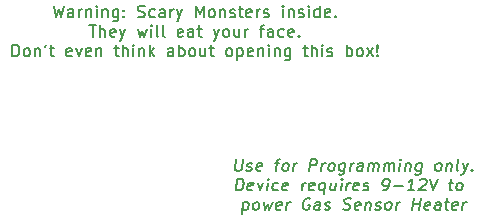
<source format=gto>
G04 #@! TF.GenerationSoftware,KiCad,Pcbnew,5.0.0-rc2*
G04 #@! TF.CreationDate,2019-06-24T18:00:31-04:00*
G04 #@! TF.ProjectId,panelback,70616E656C6261636B2E6B696361645F,rev?*
G04 #@! TF.SameCoordinates,Original*
G04 #@! TF.FileFunction,Legend,Top*
G04 #@! TF.FilePolarity,Positive*
%FSLAX46Y46*%
G04 Gerber Fmt 4.6, Leading zero omitted, Abs format (unit mm)*
G04 Created by KiCad (PCBNEW 5.0.0-rc2) date Mon Jun 24 18:00:31 2019*
%MOMM*%
%LPD*%
G01*
G04 APERTURE LIST*
%ADD10C,0.152400*%
G04 APERTURE END LIST*
D10*
X87023809Y-80799980D02*
X87261904Y-81799980D01*
X87452380Y-81085695D01*
X87642857Y-81799980D01*
X87880952Y-80799980D01*
X88690476Y-81799980D02*
X88690476Y-81276171D01*
X88642857Y-81180933D01*
X88547619Y-81133314D01*
X88357142Y-81133314D01*
X88261904Y-81180933D01*
X88690476Y-81752361D02*
X88595238Y-81799980D01*
X88357142Y-81799980D01*
X88261904Y-81752361D01*
X88214285Y-81657123D01*
X88214285Y-81561885D01*
X88261904Y-81466647D01*
X88357142Y-81419028D01*
X88595238Y-81419028D01*
X88690476Y-81371409D01*
X89166666Y-81799980D02*
X89166666Y-81133314D01*
X89166666Y-81323790D02*
X89214285Y-81228552D01*
X89261904Y-81180933D01*
X89357142Y-81133314D01*
X89452380Y-81133314D01*
X89785714Y-81133314D02*
X89785714Y-81799980D01*
X89785714Y-81228552D02*
X89833333Y-81180933D01*
X89928571Y-81133314D01*
X90071428Y-81133314D01*
X90166666Y-81180933D01*
X90214285Y-81276171D01*
X90214285Y-81799980D01*
X90690476Y-81799980D02*
X90690476Y-81133314D01*
X90690476Y-80799980D02*
X90642857Y-80847600D01*
X90690476Y-80895219D01*
X90738095Y-80847600D01*
X90690476Y-80799980D01*
X90690476Y-80895219D01*
X91166666Y-81133314D02*
X91166666Y-81799980D01*
X91166666Y-81228552D02*
X91214285Y-81180933D01*
X91309523Y-81133314D01*
X91452380Y-81133314D01*
X91547619Y-81180933D01*
X91595238Y-81276171D01*
X91595238Y-81799980D01*
X92499999Y-81133314D02*
X92499999Y-81942838D01*
X92452380Y-82038076D01*
X92404761Y-82085695D01*
X92309523Y-82133314D01*
X92166666Y-82133314D01*
X92071428Y-82085695D01*
X92499999Y-81752361D02*
X92404761Y-81799980D01*
X92214285Y-81799980D01*
X92119047Y-81752361D01*
X92071428Y-81704742D01*
X92023809Y-81609504D01*
X92023809Y-81323790D01*
X92071428Y-81228552D01*
X92119047Y-81180933D01*
X92214285Y-81133314D01*
X92404761Y-81133314D01*
X92499999Y-81180933D01*
X92976190Y-81704742D02*
X93023809Y-81752361D01*
X92976190Y-81799980D01*
X92928571Y-81752361D01*
X92976190Y-81704742D01*
X92976190Y-81799980D01*
X92976190Y-81180933D02*
X93023809Y-81228552D01*
X92976190Y-81276171D01*
X92928571Y-81228552D01*
X92976190Y-81180933D01*
X92976190Y-81276171D01*
X94166666Y-81752361D02*
X94309523Y-81799980D01*
X94547619Y-81799980D01*
X94642857Y-81752361D01*
X94690476Y-81704742D01*
X94738095Y-81609504D01*
X94738095Y-81514266D01*
X94690476Y-81419028D01*
X94642857Y-81371409D01*
X94547619Y-81323790D01*
X94357142Y-81276171D01*
X94261904Y-81228552D01*
X94214285Y-81180933D01*
X94166666Y-81085695D01*
X94166666Y-80990457D01*
X94214285Y-80895219D01*
X94261904Y-80847600D01*
X94357142Y-80799980D01*
X94595238Y-80799980D01*
X94738095Y-80847600D01*
X95595238Y-81752361D02*
X95499999Y-81799980D01*
X95309523Y-81799980D01*
X95214285Y-81752361D01*
X95166666Y-81704742D01*
X95119047Y-81609504D01*
X95119047Y-81323790D01*
X95166666Y-81228552D01*
X95214285Y-81180933D01*
X95309523Y-81133314D01*
X95499999Y-81133314D01*
X95595238Y-81180933D01*
X96452380Y-81799980D02*
X96452380Y-81276171D01*
X96404761Y-81180933D01*
X96309523Y-81133314D01*
X96119047Y-81133314D01*
X96023809Y-81180933D01*
X96452380Y-81752361D02*
X96357142Y-81799980D01*
X96119047Y-81799980D01*
X96023809Y-81752361D01*
X95976190Y-81657123D01*
X95976190Y-81561885D01*
X96023809Y-81466647D01*
X96119047Y-81419028D01*
X96357142Y-81419028D01*
X96452380Y-81371409D01*
X96928571Y-81799980D02*
X96928571Y-81133314D01*
X96928571Y-81323790D02*
X96976190Y-81228552D01*
X97023809Y-81180933D01*
X97119047Y-81133314D01*
X97214285Y-81133314D01*
X97452380Y-81133314D02*
X97690476Y-81799980D01*
X97928571Y-81133314D02*
X97690476Y-81799980D01*
X97595238Y-82038076D01*
X97547619Y-82085695D01*
X97452380Y-82133314D01*
X99071428Y-81799980D02*
X99071428Y-80799980D01*
X99404761Y-81514266D01*
X99738095Y-80799980D01*
X99738095Y-81799980D01*
X100357142Y-81799980D02*
X100261904Y-81752361D01*
X100214285Y-81704742D01*
X100166666Y-81609504D01*
X100166666Y-81323790D01*
X100214285Y-81228552D01*
X100261904Y-81180933D01*
X100357142Y-81133314D01*
X100499999Y-81133314D01*
X100595238Y-81180933D01*
X100642857Y-81228552D01*
X100690476Y-81323790D01*
X100690476Y-81609504D01*
X100642857Y-81704742D01*
X100595238Y-81752361D01*
X100499999Y-81799980D01*
X100357142Y-81799980D01*
X101119047Y-81133314D02*
X101119047Y-81799980D01*
X101119047Y-81228552D02*
X101166666Y-81180933D01*
X101261904Y-81133314D01*
X101404761Y-81133314D01*
X101499999Y-81180933D01*
X101547619Y-81276171D01*
X101547619Y-81799980D01*
X101976190Y-81752361D02*
X102071428Y-81799980D01*
X102261904Y-81799980D01*
X102357142Y-81752361D01*
X102404761Y-81657123D01*
X102404761Y-81609504D01*
X102357142Y-81514266D01*
X102261904Y-81466647D01*
X102119047Y-81466647D01*
X102023809Y-81419028D01*
X101976190Y-81323790D01*
X101976190Y-81276171D01*
X102023809Y-81180933D01*
X102119047Y-81133314D01*
X102261904Y-81133314D01*
X102357142Y-81180933D01*
X102690476Y-81133314D02*
X103071428Y-81133314D01*
X102833333Y-80799980D02*
X102833333Y-81657123D01*
X102880952Y-81752361D01*
X102976190Y-81799980D01*
X103071428Y-81799980D01*
X103785714Y-81752361D02*
X103690476Y-81799980D01*
X103499999Y-81799980D01*
X103404761Y-81752361D01*
X103357142Y-81657123D01*
X103357142Y-81276171D01*
X103404761Y-81180933D01*
X103499999Y-81133314D01*
X103690476Y-81133314D01*
X103785714Y-81180933D01*
X103833333Y-81276171D01*
X103833333Y-81371409D01*
X103357142Y-81466647D01*
X104261904Y-81799980D02*
X104261904Y-81133314D01*
X104261904Y-81323790D02*
X104309523Y-81228552D01*
X104357142Y-81180933D01*
X104452380Y-81133314D01*
X104547619Y-81133314D01*
X104833333Y-81752361D02*
X104928571Y-81799980D01*
X105119047Y-81799980D01*
X105214285Y-81752361D01*
X105261904Y-81657123D01*
X105261904Y-81609504D01*
X105214285Y-81514266D01*
X105119047Y-81466647D01*
X104976190Y-81466647D01*
X104880952Y-81419028D01*
X104833333Y-81323790D01*
X104833333Y-81276171D01*
X104880952Y-81180933D01*
X104976190Y-81133314D01*
X105119047Y-81133314D01*
X105214285Y-81180933D01*
X106452380Y-81799980D02*
X106452380Y-81133314D01*
X106452380Y-80799980D02*
X106404761Y-80847600D01*
X106452380Y-80895219D01*
X106499999Y-80847600D01*
X106452380Y-80799980D01*
X106452380Y-80895219D01*
X106928571Y-81133314D02*
X106928571Y-81799980D01*
X106928571Y-81228552D02*
X106976190Y-81180933D01*
X107071428Y-81133314D01*
X107214285Y-81133314D01*
X107309523Y-81180933D01*
X107357142Y-81276171D01*
X107357142Y-81799980D01*
X107785714Y-81752361D02*
X107880952Y-81799980D01*
X108071428Y-81799980D01*
X108166666Y-81752361D01*
X108214285Y-81657123D01*
X108214285Y-81609504D01*
X108166666Y-81514266D01*
X108071428Y-81466647D01*
X107928571Y-81466647D01*
X107833333Y-81419028D01*
X107785714Y-81323790D01*
X107785714Y-81276171D01*
X107833333Y-81180933D01*
X107928571Y-81133314D01*
X108071428Y-81133314D01*
X108166666Y-81180933D01*
X108642857Y-81799980D02*
X108642857Y-81133314D01*
X108642857Y-80799980D02*
X108595238Y-80847600D01*
X108642857Y-80895219D01*
X108690476Y-80847600D01*
X108642857Y-80799980D01*
X108642857Y-80895219D01*
X109547619Y-81799980D02*
X109547619Y-80799980D01*
X109547619Y-81752361D02*
X109452380Y-81799980D01*
X109261904Y-81799980D01*
X109166666Y-81752361D01*
X109119047Y-81704742D01*
X109071428Y-81609504D01*
X109071428Y-81323790D01*
X109119047Y-81228552D01*
X109166666Y-81180933D01*
X109261904Y-81133314D01*
X109452380Y-81133314D01*
X109547619Y-81180933D01*
X110404761Y-81752361D02*
X110309523Y-81799980D01*
X110119047Y-81799980D01*
X110023809Y-81752361D01*
X109976190Y-81657123D01*
X109976190Y-81276171D01*
X110023809Y-81180933D01*
X110119047Y-81133314D01*
X110309523Y-81133314D01*
X110404761Y-81180933D01*
X110452380Y-81276171D01*
X110452380Y-81371409D01*
X109976190Y-81466647D01*
X110880952Y-81704742D02*
X110928571Y-81752361D01*
X110880952Y-81799980D01*
X110833333Y-81752361D01*
X110880952Y-81704742D01*
X110880952Y-81799980D01*
X90047619Y-82452380D02*
X90619047Y-82452380D01*
X90333333Y-83452380D02*
X90333333Y-82452380D01*
X90952380Y-83452380D02*
X90952380Y-82452380D01*
X91380952Y-83452380D02*
X91380952Y-82928571D01*
X91333333Y-82833333D01*
X91238095Y-82785714D01*
X91095238Y-82785714D01*
X91000000Y-82833333D01*
X90952380Y-82880952D01*
X92238095Y-83404761D02*
X92142857Y-83452380D01*
X91952380Y-83452380D01*
X91857142Y-83404761D01*
X91809523Y-83309523D01*
X91809523Y-82928571D01*
X91857142Y-82833333D01*
X91952380Y-82785714D01*
X92142857Y-82785714D01*
X92238095Y-82833333D01*
X92285714Y-82928571D01*
X92285714Y-83023809D01*
X91809523Y-83119047D01*
X92619047Y-82785714D02*
X92857142Y-83452380D01*
X93095238Y-82785714D02*
X92857142Y-83452380D01*
X92761904Y-83690476D01*
X92714285Y-83738095D01*
X92619047Y-83785714D01*
X94142857Y-82785714D02*
X94333333Y-83452380D01*
X94523809Y-82976190D01*
X94714285Y-83452380D01*
X94904761Y-82785714D01*
X95285714Y-83452380D02*
X95285714Y-82785714D01*
X95285714Y-82452380D02*
X95238095Y-82500000D01*
X95285714Y-82547619D01*
X95333333Y-82500000D01*
X95285714Y-82452380D01*
X95285714Y-82547619D01*
X95904761Y-83452380D02*
X95809523Y-83404761D01*
X95761904Y-83309523D01*
X95761904Y-82452380D01*
X96428571Y-83452380D02*
X96333333Y-83404761D01*
X96285714Y-83309523D01*
X96285714Y-82452380D01*
X97952380Y-83404761D02*
X97857142Y-83452380D01*
X97666666Y-83452380D01*
X97571428Y-83404761D01*
X97523809Y-83309523D01*
X97523809Y-82928571D01*
X97571428Y-82833333D01*
X97666666Y-82785714D01*
X97857142Y-82785714D01*
X97952380Y-82833333D01*
X98000000Y-82928571D01*
X98000000Y-83023809D01*
X97523809Y-83119047D01*
X98857142Y-83452380D02*
X98857142Y-82928571D01*
X98809523Y-82833333D01*
X98714285Y-82785714D01*
X98523809Y-82785714D01*
X98428571Y-82833333D01*
X98857142Y-83404761D02*
X98761904Y-83452380D01*
X98523809Y-83452380D01*
X98428571Y-83404761D01*
X98380952Y-83309523D01*
X98380952Y-83214285D01*
X98428571Y-83119047D01*
X98523809Y-83071428D01*
X98761904Y-83071428D01*
X98857142Y-83023809D01*
X99190476Y-82785714D02*
X99571428Y-82785714D01*
X99333333Y-82452380D02*
X99333333Y-83309523D01*
X99380952Y-83404761D01*
X99476190Y-83452380D01*
X99571428Y-83452380D01*
X100571428Y-82785714D02*
X100809523Y-83452380D01*
X101047619Y-82785714D02*
X100809523Y-83452380D01*
X100714285Y-83690476D01*
X100666666Y-83738095D01*
X100571428Y-83785714D01*
X101571428Y-83452380D02*
X101476190Y-83404761D01*
X101428571Y-83357142D01*
X101380952Y-83261904D01*
X101380952Y-82976190D01*
X101428571Y-82880952D01*
X101476190Y-82833333D01*
X101571428Y-82785714D01*
X101714285Y-82785714D01*
X101809523Y-82833333D01*
X101857142Y-82880952D01*
X101904761Y-82976190D01*
X101904761Y-83261904D01*
X101857142Y-83357142D01*
X101809523Y-83404761D01*
X101714285Y-83452380D01*
X101571428Y-83452380D01*
X102761904Y-82785714D02*
X102761904Y-83452380D01*
X102333333Y-82785714D02*
X102333333Y-83309523D01*
X102380952Y-83404761D01*
X102476190Y-83452380D01*
X102619047Y-83452380D01*
X102714285Y-83404761D01*
X102761904Y-83357142D01*
X103238095Y-83452380D02*
X103238095Y-82785714D01*
X103238095Y-82976190D02*
X103285714Y-82880952D01*
X103333333Y-82833333D01*
X103428571Y-82785714D01*
X103523809Y-82785714D01*
X104476190Y-82785714D02*
X104857142Y-82785714D01*
X104619047Y-83452380D02*
X104619047Y-82595238D01*
X104666666Y-82500000D01*
X104761904Y-82452380D01*
X104857142Y-82452380D01*
X105619047Y-83452380D02*
X105619047Y-82928571D01*
X105571428Y-82833333D01*
X105476190Y-82785714D01*
X105285714Y-82785714D01*
X105190476Y-82833333D01*
X105619047Y-83404761D02*
X105523809Y-83452380D01*
X105285714Y-83452380D01*
X105190476Y-83404761D01*
X105142857Y-83309523D01*
X105142857Y-83214285D01*
X105190476Y-83119047D01*
X105285714Y-83071428D01*
X105523809Y-83071428D01*
X105619047Y-83023809D01*
X106523809Y-83404761D02*
X106428571Y-83452380D01*
X106238095Y-83452380D01*
X106142857Y-83404761D01*
X106095238Y-83357142D01*
X106047619Y-83261904D01*
X106047619Y-82976190D01*
X106095238Y-82880952D01*
X106142857Y-82833333D01*
X106238095Y-82785714D01*
X106428571Y-82785714D01*
X106523809Y-82833333D01*
X107333333Y-83404761D02*
X107238095Y-83452380D01*
X107047619Y-83452380D01*
X106952380Y-83404761D01*
X106904761Y-83309523D01*
X106904761Y-82928571D01*
X106952380Y-82833333D01*
X107047619Y-82785714D01*
X107238095Y-82785714D01*
X107333333Y-82833333D01*
X107380952Y-82928571D01*
X107380952Y-83023809D01*
X106904761Y-83119047D01*
X107809523Y-83357142D02*
X107857142Y-83404761D01*
X107809523Y-83452380D01*
X107761904Y-83404761D01*
X107809523Y-83357142D01*
X107809523Y-83452380D01*
X83547619Y-85104780D02*
X83547619Y-84104780D01*
X83785714Y-84104780D01*
X83928571Y-84152400D01*
X84023809Y-84247638D01*
X84071428Y-84342876D01*
X84119047Y-84533352D01*
X84119047Y-84676209D01*
X84071428Y-84866685D01*
X84023809Y-84961923D01*
X83928571Y-85057161D01*
X83785714Y-85104780D01*
X83547619Y-85104780D01*
X84690476Y-85104780D02*
X84595238Y-85057161D01*
X84547619Y-85009542D01*
X84499999Y-84914304D01*
X84499999Y-84628590D01*
X84547619Y-84533352D01*
X84595238Y-84485733D01*
X84690476Y-84438114D01*
X84833333Y-84438114D01*
X84928571Y-84485733D01*
X84976190Y-84533352D01*
X85023809Y-84628590D01*
X85023809Y-84914304D01*
X84976190Y-85009542D01*
X84928571Y-85057161D01*
X84833333Y-85104780D01*
X84690476Y-85104780D01*
X85452380Y-84438114D02*
X85452380Y-85104780D01*
X85452380Y-84533352D02*
X85499999Y-84485733D01*
X85595238Y-84438114D01*
X85738095Y-84438114D01*
X85833333Y-84485733D01*
X85880952Y-84580971D01*
X85880952Y-85104780D01*
X86404761Y-84104780D02*
X86309523Y-84295257D01*
X86690476Y-84438114D02*
X87071428Y-84438114D01*
X86833333Y-84104780D02*
X86833333Y-84961923D01*
X86880952Y-85057161D01*
X86976190Y-85104780D01*
X87071428Y-85104780D01*
X88547619Y-85057161D02*
X88452380Y-85104780D01*
X88261904Y-85104780D01*
X88166666Y-85057161D01*
X88119047Y-84961923D01*
X88119047Y-84580971D01*
X88166666Y-84485733D01*
X88261904Y-84438114D01*
X88452380Y-84438114D01*
X88547619Y-84485733D01*
X88595238Y-84580971D01*
X88595238Y-84676209D01*
X88119047Y-84771447D01*
X88928571Y-84438114D02*
X89166666Y-85104780D01*
X89404761Y-84438114D01*
X90166666Y-85057161D02*
X90071428Y-85104780D01*
X89880952Y-85104780D01*
X89785714Y-85057161D01*
X89738095Y-84961923D01*
X89738095Y-84580971D01*
X89785714Y-84485733D01*
X89880952Y-84438114D01*
X90071428Y-84438114D01*
X90166666Y-84485733D01*
X90214285Y-84580971D01*
X90214285Y-84676209D01*
X89738095Y-84771447D01*
X90642857Y-84438114D02*
X90642857Y-85104780D01*
X90642857Y-84533352D02*
X90690476Y-84485733D01*
X90785714Y-84438114D01*
X90928571Y-84438114D01*
X91023809Y-84485733D01*
X91071428Y-84580971D01*
X91071428Y-85104780D01*
X92166666Y-84438114D02*
X92547619Y-84438114D01*
X92309523Y-84104780D02*
X92309523Y-84961923D01*
X92357142Y-85057161D01*
X92452380Y-85104780D01*
X92547619Y-85104780D01*
X92880952Y-85104780D02*
X92880952Y-84104780D01*
X93309523Y-85104780D02*
X93309523Y-84580971D01*
X93261904Y-84485733D01*
X93166666Y-84438114D01*
X93023809Y-84438114D01*
X92928571Y-84485733D01*
X92880952Y-84533352D01*
X93785714Y-85104780D02*
X93785714Y-84438114D01*
X93785714Y-84104780D02*
X93738095Y-84152400D01*
X93785714Y-84200019D01*
X93833333Y-84152400D01*
X93785714Y-84104780D01*
X93785714Y-84200019D01*
X94261904Y-84438114D02*
X94261904Y-85104780D01*
X94261904Y-84533352D02*
X94309523Y-84485733D01*
X94404761Y-84438114D01*
X94547619Y-84438114D01*
X94642857Y-84485733D01*
X94690476Y-84580971D01*
X94690476Y-85104780D01*
X95166666Y-85104780D02*
X95166666Y-84104780D01*
X95261904Y-84723828D02*
X95547619Y-85104780D01*
X95547619Y-84438114D02*
X95166666Y-84819066D01*
X97166666Y-85104780D02*
X97166666Y-84580971D01*
X97119047Y-84485733D01*
X97023809Y-84438114D01*
X96833333Y-84438114D01*
X96738095Y-84485733D01*
X97166666Y-85057161D02*
X97071428Y-85104780D01*
X96833333Y-85104780D01*
X96738095Y-85057161D01*
X96690476Y-84961923D01*
X96690476Y-84866685D01*
X96738095Y-84771447D01*
X96833333Y-84723828D01*
X97071428Y-84723828D01*
X97166666Y-84676209D01*
X97642857Y-85104780D02*
X97642857Y-84104780D01*
X97642857Y-84485733D02*
X97738095Y-84438114D01*
X97928571Y-84438114D01*
X98023809Y-84485733D01*
X98071428Y-84533352D01*
X98119047Y-84628590D01*
X98119047Y-84914304D01*
X98071428Y-85009542D01*
X98023809Y-85057161D01*
X97928571Y-85104780D01*
X97738095Y-85104780D01*
X97642857Y-85057161D01*
X98690476Y-85104780D02*
X98595238Y-85057161D01*
X98547619Y-85009542D01*
X98499999Y-84914304D01*
X98499999Y-84628590D01*
X98547619Y-84533352D01*
X98595238Y-84485733D01*
X98690476Y-84438114D01*
X98833333Y-84438114D01*
X98928571Y-84485733D01*
X98976190Y-84533352D01*
X99023809Y-84628590D01*
X99023809Y-84914304D01*
X98976190Y-85009542D01*
X98928571Y-85057161D01*
X98833333Y-85104780D01*
X98690476Y-85104780D01*
X99880952Y-84438114D02*
X99880952Y-85104780D01*
X99452380Y-84438114D02*
X99452380Y-84961923D01*
X99499999Y-85057161D01*
X99595238Y-85104780D01*
X99738095Y-85104780D01*
X99833333Y-85057161D01*
X99880952Y-85009542D01*
X100214285Y-84438114D02*
X100595238Y-84438114D01*
X100357142Y-84104780D02*
X100357142Y-84961923D01*
X100404761Y-85057161D01*
X100499999Y-85104780D01*
X100595238Y-85104780D01*
X101833333Y-85104780D02*
X101738095Y-85057161D01*
X101690476Y-85009542D01*
X101642857Y-84914304D01*
X101642857Y-84628590D01*
X101690476Y-84533352D01*
X101738095Y-84485733D01*
X101833333Y-84438114D01*
X101976190Y-84438114D01*
X102071428Y-84485733D01*
X102119047Y-84533352D01*
X102166666Y-84628590D01*
X102166666Y-84914304D01*
X102119047Y-85009542D01*
X102071428Y-85057161D01*
X101976190Y-85104780D01*
X101833333Y-85104780D01*
X102595238Y-84438114D02*
X102595238Y-85438114D01*
X102595238Y-84485733D02*
X102690476Y-84438114D01*
X102880952Y-84438114D01*
X102976190Y-84485733D01*
X103023809Y-84533352D01*
X103071428Y-84628590D01*
X103071428Y-84914304D01*
X103023809Y-85009542D01*
X102976190Y-85057161D01*
X102880952Y-85104780D01*
X102690476Y-85104780D01*
X102595238Y-85057161D01*
X103880952Y-85057161D02*
X103785714Y-85104780D01*
X103595238Y-85104780D01*
X103499999Y-85057161D01*
X103452380Y-84961923D01*
X103452380Y-84580971D01*
X103499999Y-84485733D01*
X103595238Y-84438114D01*
X103785714Y-84438114D01*
X103880952Y-84485733D01*
X103928571Y-84580971D01*
X103928571Y-84676209D01*
X103452380Y-84771447D01*
X104357142Y-84438114D02*
X104357142Y-85104780D01*
X104357142Y-84533352D02*
X104404761Y-84485733D01*
X104499999Y-84438114D01*
X104642857Y-84438114D01*
X104738095Y-84485733D01*
X104785714Y-84580971D01*
X104785714Y-85104780D01*
X105261904Y-85104780D02*
X105261904Y-84438114D01*
X105261904Y-84104780D02*
X105214285Y-84152400D01*
X105261904Y-84200019D01*
X105309523Y-84152400D01*
X105261904Y-84104780D01*
X105261904Y-84200019D01*
X105738095Y-84438114D02*
X105738095Y-85104780D01*
X105738095Y-84533352D02*
X105785714Y-84485733D01*
X105880952Y-84438114D01*
X106023809Y-84438114D01*
X106119047Y-84485733D01*
X106166666Y-84580971D01*
X106166666Y-85104780D01*
X107071428Y-84438114D02*
X107071428Y-85247638D01*
X107023809Y-85342876D01*
X106976190Y-85390495D01*
X106880952Y-85438114D01*
X106738095Y-85438114D01*
X106642857Y-85390495D01*
X107071428Y-85057161D02*
X106976190Y-85104780D01*
X106785714Y-85104780D01*
X106690476Y-85057161D01*
X106642857Y-85009542D01*
X106595238Y-84914304D01*
X106595238Y-84628590D01*
X106642857Y-84533352D01*
X106690476Y-84485733D01*
X106785714Y-84438114D01*
X106976190Y-84438114D01*
X107071428Y-84485733D01*
X108166666Y-84438114D02*
X108547619Y-84438114D01*
X108309523Y-84104780D02*
X108309523Y-84961923D01*
X108357142Y-85057161D01*
X108452380Y-85104780D01*
X108547619Y-85104780D01*
X108880952Y-85104780D02*
X108880952Y-84104780D01*
X109309523Y-85104780D02*
X109309523Y-84580971D01*
X109261904Y-84485733D01*
X109166666Y-84438114D01*
X109023809Y-84438114D01*
X108928571Y-84485733D01*
X108880952Y-84533352D01*
X109785714Y-85104780D02*
X109785714Y-84438114D01*
X109785714Y-84104780D02*
X109738095Y-84152400D01*
X109785714Y-84200019D01*
X109833333Y-84152400D01*
X109785714Y-84104780D01*
X109785714Y-84200019D01*
X110214285Y-85057161D02*
X110309523Y-85104780D01*
X110499999Y-85104780D01*
X110595238Y-85057161D01*
X110642857Y-84961923D01*
X110642857Y-84914304D01*
X110595238Y-84819066D01*
X110499999Y-84771447D01*
X110357142Y-84771447D01*
X110261904Y-84723828D01*
X110214285Y-84628590D01*
X110214285Y-84580971D01*
X110261904Y-84485733D01*
X110357142Y-84438114D01*
X110499999Y-84438114D01*
X110595238Y-84485733D01*
X111833333Y-85104780D02*
X111833333Y-84104780D01*
X111833333Y-84485733D02*
X111928571Y-84438114D01*
X112119047Y-84438114D01*
X112214285Y-84485733D01*
X112261904Y-84533352D01*
X112309523Y-84628590D01*
X112309523Y-84914304D01*
X112261904Y-85009542D01*
X112214285Y-85057161D01*
X112119047Y-85104780D01*
X111928571Y-85104780D01*
X111833333Y-85057161D01*
X112880952Y-85104780D02*
X112785714Y-85057161D01*
X112738095Y-85009542D01*
X112690476Y-84914304D01*
X112690476Y-84628590D01*
X112738095Y-84533352D01*
X112785714Y-84485733D01*
X112880952Y-84438114D01*
X113023809Y-84438114D01*
X113119047Y-84485733D01*
X113166666Y-84533352D01*
X113214285Y-84628590D01*
X113214285Y-84914304D01*
X113166666Y-85009542D01*
X113119047Y-85057161D01*
X113023809Y-85104780D01*
X112880952Y-85104780D01*
X113547619Y-85104780D02*
X114071428Y-84438114D01*
X113547619Y-84438114D02*
X114071428Y-85104780D01*
X114452380Y-85009542D02*
X114499999Y-85057161D01*
X114452380Y-85104780D01*
X114404761Y-85057161D01*
X114452380Y-85009542D01*
X114452380Y-85104780D01*
X114452380Y-84723828D02*
X114404761Y-84152400D01*
X114452380Y-84104780D01*
X114499999Y-84152400D01*
X114452380Y-84723828D01*
X114452380Y-84104780D01*
X102477200Y-93799980D02*
X102376010Y-94609504D01*
X102411724Y-94704742D01*
X102453391Y-94752361D01*
X102542677Y-94799980D01*
X102733153Y-94799980D01*
X102834343Y-94752361D01*
X102887915Y-94704742D01*
X102947438Y-94609504D01*
X103048629Y-93799980D01*
X103358153Y-94752361D02*
X103447438Y-94799980D01*
X103637915Y-94799980D01*
X103739105Y-94752361D01*
X103798629Y-94657123D01*
X103804581Y-94609504D01*
X103768867Y-94514266D01*
X103679581Y-94466647D01*
X103536724Y-94466647D01*
X103447438Y-94419028D01*
X103411724Y-94323790D01*
X103417677Y-94276171D01*
X103477200Y-94180933D01*
X103578391Y-94133314D01*
X103721248Y-94133314D01*
X103810534Y-94180933D01*
X104596248Y-94752361D02*
X104495057Y-94799980D01*
X104304581Y-94799980D01*
X104215296Y-94752361D01*
X104179581Y-94657123D01*
X104227200Y-94276171D01*
X104286724Y-94180933D01*
X104387915Y-94133314D01*
X104578391Y-94133314D01*
X104667677Y-94180933D01*
X104703391Y-94276171D01*
X104691486Y-94371409D01*
X104203391Y-94466647D01*
X105768867Y-94133314D02*
X106149819Y-94133314D01*
X105828391Y-94799980D02*
X105935534Y-93942838D01*
X105995057Y-93847600D01*
X106096248Y-93799980D01*
X106191486Y-93799980D01*
X106542677Y-94799980D02*
X106453391Y-94752361D01*
X106411724Y-94704742D01*
X106376010Y-94609504D01*
X106411724Y-94323790D01*
X106471248Y-94228552D01*
X106524819Y-94180933D01*
X106626010Y-94133314D01*
X106768867Y-94133314D01*
X106858153Y-94180933D01*
X106899819Y-94228552D01*
X106935534Y-94323790D01*
X106899819Y-94609504D01*
X106840296Y-94704742D01*
X106786724Y-94752361D01*
X106685534Y-94799980D01*
X106542677Y-94799980D01*
X107304581Y-94799980D02*
X107387915Y-94133314D01*
X107364105Y-94323790D02*
X107423629Y-94228552D01*
X107477200Y-94180933D01*
X107578391Y-94133314D01*
X107673629Y-94133314D01*
X108685534Y-94799980D02*
X108810534Y-93799980D01*
X109191486Y-93799980D01*
X109280772Y-93847600D01*
X109322438Y-93895219D01*
X109358153Y-93990457D01*
X109340296Y-94133314D01*
X109280772Y-94228552D01*
X109227200Y-94276171D01*
X109126010Y-94323790D01*
X108745057Y-94323790D01*
X109685534Y-94799980D02*
X109768867Y-94133314D01*
X109745057Y-94323790D02*
X109804581Y-94228552D01*
X109858153Y-94180933D01*
X109959343Y-94133314D01*
X110054581Y-94133314D01*
X110447438Y-94799980D02*
X110358153Y-94752361D01*
X110316486Y-94704742D01*
X110280772Y-94609504D01*
X110316486Y-94323790D01*
X110376010Y-94228552D01*
X110429581Y-94180933D01*
X110530772Y-94133314D01*
X110673629Y-94133314D01*
X110762915Y-94180933D01*
X110804581Y-94228552D01*
X110840296Y-94323790D01*
X110804581Y-94609504D01*
X110745057Y-94704742D01*
X110691486Y-94752361D01*
X110590296Y-94799980D01*
X110447438Y-94799980D01*
X111721248Y-94133314D02*
X111620057Y-94942838D01*
X111560534Y-95038076D01*
X111506962Y-95085695D01*
X111405772Y-95133314D01*
X111262915Y-95133314D01*
X111173629Y-95085695D01*
X111643867Y-94752361D02*
X111542677Y-94799980D01*
X111352200Y-94799980D01*
X111262915Y-94752361D01*
X111221248Y-94704742D01*
X111185534Y-94609504D01*
X111221248Y-94323790D01*
X111280772Y-94228552D01*
X111334343Y-94180933D01*
X111435534Y-94133314D01*
X111626010Y-94133314D01*
X111715296Y-94180933D01*
X112114105Y-94799980D02*
X112197438Y-94133314D01*
X112173629Y-94323790D02*
X112233153Y-94228552D01*
X112286724Y-94180933D01*
X112387915Y-94133314D01*
X112483153Y-94133314D01*
X113161724Y-94799980D02*
X113227200Y-94276171D01*
X113191486Y-94180933D01*
X113102200Y-94133314D01*
X112911724Y-94133314D01*
X112810534Y-94180933D01*
X113167677Y-94752361D02*
X113066486Y-94799980D01*
X112828391Y-94799980D01*
X112739105Y-94752361D01*
X112703391Y-94657123D01*
X112715296Y-94561885D01*
X112774819Y-94466647D01*
X112876010Y-94419028D01*
X113114105Y-94419028D01*
X113215296Y-94371409D01*
X113637915Y-94799980D02*
X113721248Y-94133314D01*
X113709343Y-94228552D02*
X113762915Y-94180933D01*
X113864105Y-94133314D01*
X114006962Y-94133314D01*
X114096248Y-94180933D01*
X114131962Y-94276171D01*
X114066486Y-94799980D01*
X114131962Y-94276171D02*
X114191486Y-94180933D01*
X114292677Y-94133314D01*
X114435534Y-94133314D01*
X114524819Y-94180933D01*
X114560534Y-94276171D01*
X114495057Y-94799980D01*
X114971248Y-94799980D02*
X115054581Y-94133314D01*
X115042677Y-94228552D02*
X115096248Y-94180933D01*
X115197438Y-94133314D01*
X115340296Y-94133314D01*
X115429581Y-94180933D01*
X115465296Y-94276171D01*
X115399819Y-94799980D01*
X115465296Y-94276171D02*
X115524819Y-94180933D01*
X115626010Y-94133314D01*
X115768867Y-94133314D01*
X115858153Y-94180933D01*
X115893867Y-94276171D01*
X115828391Y-94799980D01*
X116304581Y-94799980D02*
X116387915Y-94133314D01*
X116429581Y-93799980D02*
X116376010Y-93847600D01*
X116417677Y-93895219D01*
X116471248Y-93847600D01*
X116429581Y-93799980D01*
X116417677Y-93895219D01*
X116864105Y-94133314D02*
X116780772Y-94799980D01*
X116852200Y-94228552D02*
X116905772Y-94180933D01*
X117006962Y-94133314D01*
X117149819Y-94133314D01*
X117239105Y-94180933D01*
X117274819Y-94276171D01*
X117209343Y-94799980D01*
X118197438Y-94133314D02*
X118096248Y-94942838D01*
X118036724Y-95038076D01*
X117983153Y-95085695D01*
X117881962Y-95133314D01*
X117739105Y-95133314D01*
X117649819Y-95085695D01*
X118120057Y-94752361D02*
X118018867Y-94799980D01*
X117828391Y-94799980D01*
X117739105Y-94752361D01*
X117697438Y-94704742D01*
X117661724Y-94609504D01*
X117697438Y-94323790D01*
X117756962Y-94228552D01*
X117810534Y-94180933D01*
X117911724Y-94133314D01*
X118102200Y-94133314D01*
X118191486Y-94180933D01*
X119495057Y-94799980D02*
X119405772Y-94752361D01*
X119364105Y-94704742D01*
X119328391Y-94609504D01*
X119364105Y-94323790D01*
X119423629Y-94228552D01*
X119477200Y-94180933D01*
X119578391Y-94133314D01*
X119721248Y-94133314D01*
X119810534Y-94180933D01*
X119852200Y-94228552D01*
X119887915Y-94323790D01*
X119852200Y-94609504D01*
X119792677Y-94704742D01*
X119739105Y-94752361D01*
X119637915Y-94799980D01*
X119495057Y-94799980D01*
X120340296Y-94133314D02*
X120256962Y-94799980D01*
X120328391Y-94228552D02*
X120381962Y-94180933D01*
X120483153Y-94133314D01*
X120626010Y-94133314D01*
X120715296Y-94180933D01*
X120751010Y-94276171D01*
X120685534Y-94799980D01*
X121304581Y-94799980D02*
X121215296Y-94752361D01*
X121179581Y-94657123D01*
X121286724Y-93799980D01*
X121673629Y-94133314D02*
X121828391Y-94799980D01*
X122149819Y-94133314D02*
X121828391Y-94799980D01*
X121703391Y-95038076D01*
X121649819Y-95085695D01*
X121548629Y-95133314D01*
X122459343Y-94704742D02*
X122501010Y-94752361D01*
X122447438Y-94799980D01*
X122405772Y-94752361D01*
X122459343Y-94704742D01*
X122447438Y-94799980D01*
X102471248Y-96452380D02*
X102596248Y-95452380D01*
X102834343Y-95452380D01*
X102971248Y-95500000D01*
X103054581Y-95595238D01*
X103090296Y-95690476D01*
X103114105Y-95880952D01*
X103096248Y-96023809D01*
X103024819Y-96214285D01*
X102965296Y-96309523D01*
X102858153Y-96404761D01*
X102709343Y-96452380D01*
X102471248Y-96452380D01*
X103858153Y-96404761D02*
X103756962Y-96452380D01*
X103566486Y-96452380D01*
X103477200Y-96404761D01*
X103441486Y-96309523D01*
X103489105Y-95928571D01*
X103548629Y-95833333D01*
X103649819Y-95785714D01*
X103840296Y-95785714D01*
X103929581Y-95833333D01*
X103965296Y-95928571D01*
X103953391Y-96023809D01*
X103465296Y-96119047D01*
X104316486Y-95785714D02*
X104471248Y-96452380D01*
X104792677Y-95785714D01*
X105090296Y-96452380D02*
X105173629Y-95785714D01*
X105215296Y-95452380D02*
X105161724Y-95500000D01*
X105203391Y-95547619D01*
X105256962Y-95500000D01*
X105215296Y-95452380D01*
X105203391Y-95547619D01*
X106001010Y-96404761D02*
X105899819Y-96452380D01*
X105709343Y-96452380D01*
X105620057Y-96404761D01*
X105578391Y-96357142D01*
X105542677Y-96261904D01*
X105578391Y-95976190D01*
X105637915Y-95880952D01*
X105691486Y-95833333D01*
X105792677Y-95785714D01*
X105983153Y-95785714D01*
X106072438Y-95833333D01*
X106810534Y-96404761D02*
X106709343Y-96452380D01*
X106518867Y-96452380D01*
X106429581Y-96404761D01*
X106393867Y-96309523D01*
X106441486Y-95928571D01*
X106501010Y-95833333D01*
X106602200Y-95785714D01*
X106792677Y-95785714D01*
X106881962Y-95833333D01*
X106917677Y-95928571D01*
X106905772Y-96023809D01*
X106417677Y-96119047D01*
X108042677Y-96452380D02*
X108126010Y-95785714D01*
X108102200Y-95976190D02*
X108161724Y-95880952D01*
X108215296Y-95833333D01*
X108316486Y-95785714D01*
X108411724Y-95785714D01*
X109048629Y-96404761D02*
X108947438Y-96452380D01*
X108756962Y-96452380D01*
X108667677Y-96404761D01*
X108631962Y-96309523D01*
X108679581Y-95928571D01*
X108739105Y-95833333D01*
X108840296Y-95785714D01*
X109030772Y-95785714D01*
X109120057Y-95833333D01*
X109155772Y-95928571D01*
X109143867Y-96023809D01*
X108655772Y-96119047D01*
X110030772Y-95785714D02*
X109905772Y-96785714D01*
X109953391Y-96404761D02*
X109852200Y-96452380D01*
X109661724Y-96452380D01*
X109572438Y-96404761D01*
X109530772Y-96357142D01*
X109495057Y-96261904D01*
X109530772Y-95976190D01*
X109590296Y-95880952D01*
X109643867Y-95833333D01*
X109745057Y-95785714D01*
X109935534Y-95785714D01*
X110024819Y-95833333D01*
X110935534Y-95785714D02*
X110852200Y-96452380D01*
X110506962Y-95785714D02*
X110441486Y-96309523D01*
X110477200Y-96404761D01*
X110566486Y-96452380D01*
X110709343Y-96452380D01*
X110810534Y-96404761D01*
X110864105Y-96357142D01*
X111328391Y-96452380D02*
X111411724Y-95785714D01*
X111453391Y-95452380D02*
X111399819Y-95500000D01*
X111441486Y-95547619D01*
X111495057Y-95500000D01*
X111453391Y-95452380D01*
X111441486Y-95547619D01*
X111804581Y-96452380D02*
X111887915Y-95785714D01*
X111864105Y-95976190D02*
X111923629Y-95880952D01*
X111977200Y-95833333D01*
X112078391Y-95785714D01*
X112173629Y-95785714D01*
X112810534Y-96404761D02*
X112709343Y-96452380D01*
X112518867Y-96452380D01*
X112429581Y-96404761D01*
X112393867Y-96309523D01*
X112441486Y-95928571D01*
X112501010Y-95833333D01*
X112602200Y-95785714D01*
X112792677Y-95785714D01*
X112881962Y-95833333D01*
X112917677Y-95928571D01*
X112905772Y-96023809D01*
X112417677Y-96119047D01*
X113239105Y-96404761D02*
X113328391Y-96452380D01*
X113518867Y-96452380D01*
X113620057Y-96404761D01*
X113679581Y-96309523D01*
X113685534Y-96261904D01*
X113649819Y-96166666D01*
X113560534Y-96119047D01*
X113417677Y-96119047D01*
X113328391Y-96071428D01*
X113292677Y-95976190D01*
X113298629Y-95928571D01*
X113358153Y-95833333D01*
X113459343Y-95785714D01*
X113602200Y-95785714D01*
X113691486Y-95833333D01*
X114899819Y-96452380D02*
X115090296Y-96452380D01*
X115191486Y-96404761D01*
X115245057Y-96357142D01*
X115358153Y-96214285D01*
X115429581Y-96023809D01*
X115477200Y-95642857D01*
X115441486Y-95547619D01*
X115399819Y-95500000D01*
X115310534Y-95452380D01*
X115120057Y-95452380D01*
X115018867Y-95500000D01*
X114965296Y-95547619D01*
X114905772Y-95642857D01*
X114876010Y-95880952D01*
X114911724Y-95976190D01*
X114953391Y-96023809D01*
X115042677Y-96071428D01*
X115233153Y-96071428D01*
X115334343Y-96023809D01*
X115387915Y-95976190D01*
X115447438Y-95880952D01*
X115852200Y-96071428D02*
X116614105Y-96071428D01*
X117566486Y-96452380D02*
X116995057Y-96452380D01*
X117280772Y-96452380D02*
X117405772Y-95452380D01*
X117292677Y-95595238D01*
X117185534Y-95690476D01*
X117084343Y-95738095D01*
X118060534Y-95547619D02*
X118114105Y-95500000D01*
X118215296Y-95452380D01*
X118453391Y-95452380D01*
X118542677Y-95500000D01*
X118584343Y-95547619D01*
X118620057Y-95642857D01*
X118608153Y-95738095D01*
X118542677Y-95880952D01*
X117899819Y-96452380D01*
X118518867Y-96452380D01*
X118929581Y-95452380D02*
X119137915Y-96452380D01*
X119596248Y-95452380D01*
X120506962Y-95785714D02*
X120887915Y-95785714D01*
X120691486Y-95452380D02*
X120584343Y-96309523D01*
X120620057Y-96404761D01*
X120709343Y-96452380D01*
X120804581Y-96452380D01*
X121280772Y-96452380D02*
X121191486Y-96404761D01*
X121149819Y-96357142D01*
X121114105Y-96261904D01*
X121149819Y-95976190D01*
X121209343Y-95880952D01*
X121262915Y-95833333D01*
X121364105Y-95785714D01*
X121506962Y-95785714D01*
X121596248Y-95833333D01*
X121637915Y-95880952D01*
X121673629Y-95976190D01*
X121637915Y-96261904D01*
X121578391Y-96357142D01*
X121524819Y-96404761D01*
X121423629Y-96452380D01*
X121280772Y-96452380D01*
X103102200Y-97438114D02*
X102977200Y-98438114D01*
X103096248Y-97485733D02*
X103197438Y-97438114D01*
X103387915Y-97438114D01*
X103477200Y-97485733D01*
X103518867Y-97533352D01*
X103554581Y-97628590D01*
X103518867Y-97914304D01*
X103459343Y-98009542D01*
X103405772Y-98057161D01*
X103304581Y-98104780D01*
X103114105Y-98104780D01*
X103024819Y-98057161D01*
X104066486Y-98104780D02*
X103977200Y-98057161D01*
X103935534Y-98009542D01*
X103899819Y-97914304D01*
X103935534Y-97628590D01*
X103995057Y-97533352D01*
X104048629Y-97485733D01*
X104149819Y-97438114D01*
X104292677Y-97438114D01*
X104381962Y-97485733D01*
X104423629Y-97533352D01*
X104459343Y-97628590D01*
X104423629Y-97914304D01*
X104364105Y-98009542D01*
X104310534Y-98057161D01*
X104209343Y-98104780D01*
X104066486Y-98104780D01*
X104816486Y-97438114D02*
X104923629Y-98104780D01*
X105173629Y-97628590D01*
X105304581Y-98104780D01*
X105578391Y-97438114D01*
X106262915Y-98057161D02*
X106161724Y-98104780D01*
X105971248Y-98104780D01*
X105881962Y-98057161D01*
X105846248Y-97961923D01*
X105893867Y-97580971D01*
X105953391Y-97485733D01*
X106054581Y-97438114D01*
X106245057Y-97438114D01*
X106334343Y-97485733D01*
X106370057Y-97580971D01*
X106358153Y-97676209D01*
X105870057Y-97771447D01*
X106733153Y-98104780D02*
X106816486Y-97438114D01*
X106792677Y-97628590D02*
X106852200Y-97533352D01*
X106905772Y-97485733D01*
X107006962Y-97438114D01*
X107102200Y-97438114D01*
X108756962Y-97152400D02*
X108667677Y-97104780D01*
X108524819Y-97104780D01*
X108376010Y-97152400D01*
X108268867Y-97247638D01*
X108209343Y-97342876D01*
X108137915Y-97533352D01*
X108120057Y-97676209D01*
X108143867Y-97866685D01*
X108179581Y-97961923D01*
X108262915Y-98057161D01*
X108399819Y-98104780D01*
X108495057Y-98104780D01*
X108643867Y-98057161D01*
X108697438Y-98009542D01*
X108739105Y-97676209D01*
X108548629Y-97676209D01*
X109542677Y-98104780D02*
X109608153Y-97580971D01*
X109572438Y-97485733D01*
X109483153Y-97438114D01*
X109292677Y-97438114D01*
X109191486Y-97485733D01*
X109548629Y-98057161D02*
X109447438Y-98104780D01*
X109209343Y-98104780D01*
X109120057Y-98057161D01*
X109084343Y-97961923D01*
X109096248Y-97866685D01*
X109155772Y-97771447D01*
X109256962Y-97723828D01*
X109495057Y-97723828D01*
X109596248Y-97676209D01*
X109977200Y-98057161D02*
X110066486Y-98104780D01*
X110256962Y-98104780D01*
X110358153Y-98057161D01*
X110417677Y-97961923D01*
X110423629Y-97914304D01*
X110387915Y-97819066D01*
X110298629Y-97771447D01*
X110155772Y-97771447D01*
X110066486Y-97723828D01*
X110030772Y-97628590D01*
X110036724Y-97580971D01*
X110096248Y-97485733D01*
X110197438Y-97438114D01*
X110340296Y-97438114D01*
X110429581Y-97485733D01*
X111548629Y-98057161D02*
X111685534Y-98104780D01*
X111923629Y-98104780D01*
X112024819Y-98057161D01*
X112078391Y-98009542D01*
X112137915Y-97914304D01*
X112149819Y-97819066D01*
X112114105Y-97723828D01*
X112072438Y-97676209D01*
X111983153Y-97628590D01*
X111798629Y-97580971D01*
X111709343Y-97533352D01*
X111667677Y-97485733D01*
X111631962Y-97390495D01*
X111643867Y-97295257D01*
X111703391Y-97200019D01*
X111756962Y-97152400D01*
X111858153Y-97104780D01*
X112096248Y-97104780D01*
X112233153Y-97152400D01*
X112929581Y-98057161D02*
X112828391Y-98104780D01*
X112637915Y-98104780D01*
X112548629Y-98057161D01*
X112512915Y-97961923D01*
X112560534Y-97580971D01*
X112620057Y-97485733D01*
X112721248Y-97438114D01*
X112911724Y-97438114D01*
X113001010Y-97485733D01*
X113036724Y-97580971D01*
X113024819Y-97676209D01*
X112536724Y-97771447D01*
X113483153Y-97438114D02*
X113399819Y-98104780D01*
X113471248Y-97533352D02*
X113524819Y-97485733D01*
X113626010Y-97438114D01*
X113768867Y-97438114D01*
X113858153Y-97485733D01*
X113893867Y-97580971D01*
X113828391Y-98104780D01*
X114262915Y-98057161D02*
X114352200Y-98104780D01*
X114542677Y-98104780D01*
X114643867Y-98057161D01*
X114703391Y-97961923D01*
X114709343Y-97914304D01*
X114673629Y-97819066D01*
X114584343Y-97771447D01*
X114441486Y-97771447D01*
X114352200Y-97723828D01*
X114316486Y-97628590D01*
X114322438Y-97580971D01*
X114381962Y-97485733D01*
X114483153Y-97438114D01*
X114626010Y-97438114D01*
X114715296Y-97485733D01*
X115256962Y-98104780D02*
X115167677Y-98057161D01*
X115126010Y-98009542D01*
X115090296Y-97914304D01*
X115126010Y-97628590D01*
X115185534Y-97533352D01*
X115239105Y-97485733D01*
X115340296Y-97438114D01*
X115483153Y-97438114D01*
X115572438Y-97485733D01*
X115614105Y-97533352D01*
X115649819Y-97628590D01*
X115614105Y-97914304D01*
X115554581Y-98009542D01*
X115501010Y-98057161D01*
X115399819Y-98104780D01*
X115256962Y-98104780D01*
X116018867Y-98104780D02*
X116102200Y-97438114D01*
X116078391Y-97628590D02*
X116137915Y-97533352D01*
X116191486Y-97485733D01*
X116292677Y-97438114D01*
X116387915Y-97438114D01*
X117399819Y-98104780D02*
X117524819Y-97104780D01*
X117465296Y-97580971D02*
X118036724Y-97580971D01*
X117971248Y-98104780D02*
X118096248Y-97104780D01*
X118834343Y-98057161D02*
X118733153Y-98104780D01*
X118542677Y-98104780D01*
X118453391Y-98057161D01*
X118417677Y-97961923D01*
X118465296Y-97580971D01*
X118524819Y-97485733D01*
X118626010Y-97438114D01*
X118816486Y-97438114D01*
X118905772Y-97485733D01*
X118941486Y-97580971D01*
X118929581Y-97676209D01*
X118441486Y-97771447D01*
X119733153Y-98104780D02*
X119798629Y-97580971D01*
X119762915Y-97485733D01*
X119673629Y-97438114D01*
X119483153Y-97438114D01*
X119381962Y-97485733D01*
X119739105Y-98057161D02*
X119637915Y-98104780D01*
X119399819Y-98104780D01*
X119310534Y-98057161D01*
X119274819Y-97961923D01*
X119286724Y-97866685D01*
X119346248Y-97771447D01*
X119447438Y-97723828D01*
X119685534Y-97723828D01*
X119786724Y-97676209D01*
X120149819Y-97438114D02*
X120530772Y-97438114D01*
X120334343Y-97104780D02*
X120227200Y-97961923D01*
X120262915Y-98057161D01*
X120352200Y-98104780D01*
X120447438Y-98104780D01*
X121167677Y-98057161D02*
X121066486Y-98104780D01*
X120876010Y-98104780D01*
X120786724Y-98057161D01*
X120751010Y-97961923D01*
X120798629Y-97580971D01*
X120858153Y-97485733D01*
X120959343Y-97438114D01*
X121149819Y-97438114D01*
X121239105Y-97485733D01*
X121274819Y-97580971D01*
X121262915Y-97676209D01*
X120774819Y-97771447D01*
X121637915Y-98104780D02*
X121721248Y-97438114D01*
X121697438Y-97628590D02*
X121756962Y-97533352D01*
X121810534Y-97485733D01*
X121911724Y-97438114D01*
X122006962Y-97438114D01*
M02*

</source>
